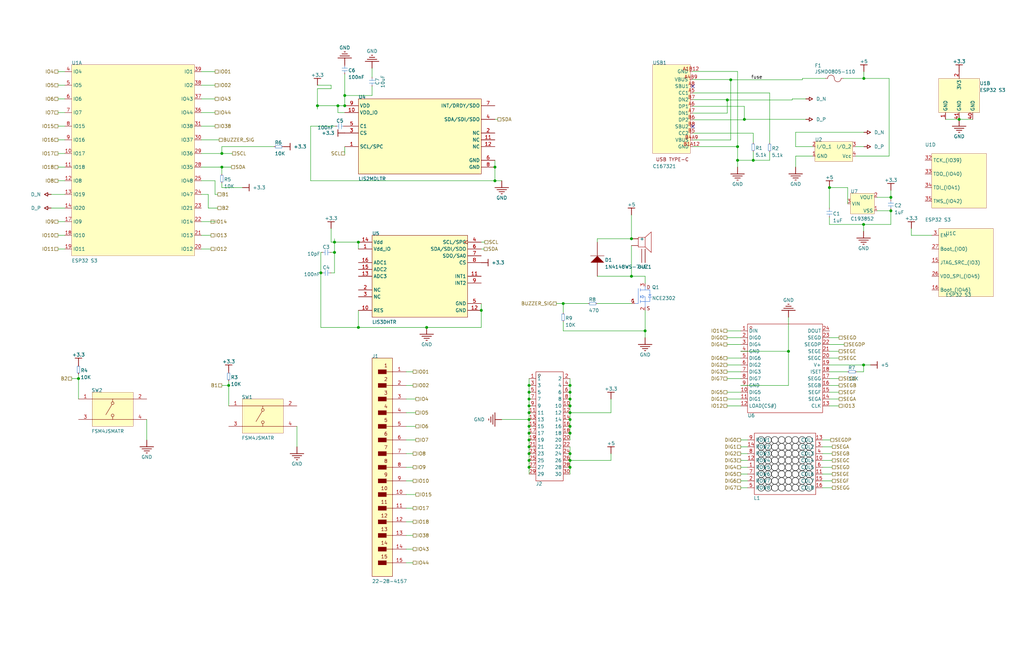
<source format=kicad_sch>
(kicad_sch (version 20250114) (generator "eeschema") (generator_version "9.0")
  (paper "User" 381 241.3)
  (junction (at 212.09 173.99))
  (junction (at 331.47 78.486))
  (junction (at 308.61 69.85))
  (junction (at 212.09 146.05))
  (junction (at 196.85 158.75))
  (junction (at 212.09 161.29))
  (junction (at 331.47 73.486))
  (junction (at 82.55 57.15))
  (junction (at 196.85 163.83))
  (junction (at 179.07 115.57))
  (junction (at 212.09 168.91))
  (junction (at 118.11 39.37))
  (junction (at 321.414 29.21))
  (junction (at 196.85 151.13))
  (junction (at 196.85 148.59))
  (junction (at 212.09 143.51))
  (junction (at 119.38 101.6))
  (junction (at 184.15 67.31))
  (junction (at 356.87 44.45))
  (junction (at 212.09 151.13))
  (junction (at 293.37 130.81))
  (junction (at 212.09 171.45))
  (junction (at 209.55 113.03))
  (junction (at 274.424 59.69))
  (junction (at 82.55 62.23))
  (junction (at 240.03 123.19))
  (junction (at 133.35 121.92))
  (junction (at 212.09 158.75))
  (junction (at 196.85 168.91))
  (junction (at 128.27 35.56))
  (junction (at 124.46 93.98))
  (junction (at 212.09 156.21))
  (junction (at 158.75 121.92))
  (junction (at 196.85 161.29))
  (junction (at 29.21 140.97))
  (junction (at 212.09 153.67))
  (junction (at 196.85 143.51))
  (junction (at 234.95 88.9))
  (junction (at 128.27 39.37))
  (junction (at 271.884 29.718))
  (junction (at 274.424 54.61))
  (junction (at 196.85 166.37))
  (junction (at 196.85 173.99))
  (junction (at 234.95 102.87))
  (junction (at 133.35 90.17))
  (junction (at 276.964 44.45))
  (junction (at 321.31 83.566))
  (junction (at 212.09 148.59))
  (junction (at 196.85 146.05))
  (junction (at 280.266 59.69))
  (junction (at 321.31 135.89))
  (junction (at 85.09 143.51))
  (junction (at 125.73 39.37))
  (junction (at 196.85 156.21))
  (junction (at 270.614 37.218))
  (junction (at 196.85 153.67))
  (junction (at 124.46 90.17))
  (junction (at 184.15 62.23))
  (junction (at 196.85 171.45))
  (no_connect (at 257.81 47.11))
  (no_connect (at 257.81 32.11))
  (wire (pts (xy 212.09 153.67) (xy 212.09 156.21)))
  (wire (pts (xy 110.49 158.75) (xy 110.49 166.37)))
  (wire (pts (xy 296.014 54.61) (xy 302.364 54.61)))
  (wire (pts (xy 212.09 151.13) (xy 212.09 153.67)))
  (wire (pts (xy 274.424 59.69) (xy 274.424 62.23)))
  (wire (pts (xy 125.73 41.91) (xy 125.73 39.37)))
  (wire (pts (xy 356.87 44.45) (xy 361.95 44.45)))
  (wire (pts (xy 234.95 102.87) (xy 222.25 102.87)))
  (wire (pts (xy 296.036 58.11) (xy 302.364 58.11)))
  (wire (pts (xy 21.59 26.67) (xy 24.13 26.67)))
  (wire (pts (xy 271.884 29.61) (xy 271.884 29.718)))
  (wire (pts (xy 275.59 146.05) (xy 270.51 146.05)))
  (wire (pts (xy 257.81 39.61) (xy 276.964 39.61)))
  (wire (pts (xy 80.01 72.39) (xy 81.028 72.39)))
  (wire (pts (xy 212.09 140.97) (xy 212.09 143.51)))
  (wire (pts (xy 138.43 25.4) (xy 138.43 28.73)))
  (wire (pts (xy 77.47 72.39) (xy 77.47 77.47)))
  (wire (pts (xy 275.59 148.59) (xy 270.51 148.59)))
  (wire (pts (xy 82.55 68.22) (xy 82.55 69.85)))
  (wire (pts (xy 286.362 59.69) (xy 286.362 56.642)))
  (wire (pts (xy 82.55 54.61) (xy 101.96 54.61)))
  (wire (pts (xy 119.38 101.6) (xy 119.74 101.6)))
  (wire (pts (xy 184.15 62.23) (xy 184.15 59.69)))
  (wire (pts (xy 196.85 158.75) (xy 196.85 161.29)))
  (wire (pts (xy 151.13 189.23) (xy 153.67 189.23)))
  (wire (pts (xy 21.59 52.07) (xy 24.13 52.07)))
  (wire (pts (xy 196.85 173.99) (xy 196.85 176.53)))
  (wire (pts (xy 138.43 35.56) (xy 128.27 35.56)))
  (wire (pts (xy 212.09 173.99) (xy 212.09 176.53)))
  (wire (pts (xy 184.15 67.31) (xy 186.69 67.31)))
  (wire (pts (xy 74.93 92.71) (xy 78.488 92.71)))
  (wire (pts (xy 82.55 57.15) (xy 86.49 57.15)))
  (wire (pts (xy 296.014 49.276) (xy 296.014 54.61)))
  (wire (pts (xy 74.93 62.23) (xy 82.55 62.23)))
  (wire (pts (xy 118.11 39.37) (xy 118.11 33.02)))
  (wire (pts (xy 276.964 44.45) (xy 299.824 44.45)))
  (wire (pts (xy 119.74 93.98) (xy 119.38 93.98)))
  (wire (pts (xy 280.266 53.086) (xy 280.266 49.61)))
  (wire (pts (xy 306.07 181.61) (xy 309.628 181.61)))
  (wire (pts (xy 321.31 135.89) (xy 308.61 135.89)))
  (wire (pts (xy 151.13 209.55) (xy 153.67 209.55)))
  (wire (pts (xy 118.11 39.37) (xy 125.73 39.37)))
  (wire (pts (xy 158.75 121.92) (xy 133.35 121.92)))
  (wire (pts (xy 326.39 78.486) (xy 331.47 78.486)))
  (wire (pts (xy 330.812 58.11) (xy 318.364 58.11)))
  (wire (pts (xy 74.93 52.07) (xy 81.521 52.07)))
  (wire (pts (xy 257.81 37.11) (xy 270.614 37.11)))
  (wire (pts (xy 308.61 128.27) (xy 314.126 128.27)))
  (wire (pts (xy 240.03 102.87) (xy 240.03 105.41)))
  (wire (pts (xy 184.15 44.45) (xy 185.168 44.45)))
  (wire (pts (xy 257.56 26.61) (xy 274.424 26.61)))
  (wire (pts (xy 24.13 77.47) (xy 19.05 77.47)))
  (wire (pts (xy 128.27 27.58) (xy 128.27 35.56)))
  (wire (pts (xy 227.33 171.45) (xy 227.33 168.91)))
  (wire (pts (xy 296.036 62.208) (xy 296.036 58.11)))
  (wire (pts (xy 123.19 31.75) (xy 118.11 31.75)))
  (wire (pts (xy 196.85 156.21) (xy 196.85 158.75)))
  (wire (pts (xy 119.38 121.92) (xy 119.38 101.6)))
  (wire (pts (xy 151.13 158.75) (xy 154.688 158.75)))
  (wire (pts (xy 321.31 138.43) (xy 321.31 135.89)))
  (wire (pts (xy 209.55 113.03) (xy 209.55 116.41)))
  (wire (pts (xy 209.55 123.19) (xy 240.03 123.19)))
  (wire (pts (xy 74.93 82.55) (xy 80.01 82.55)))
  (wire (pts (xy 274.424 54.61) (xy 257.81 54.61)))
  (wire (pts (xy 26.67 140.97) (xy 29.21 140.97)))
  (wire (pts (xy 274.424 59.69) (xy 280.266 59.69)))
  (wire (pts (xy 280.266 49.61) (xy 257.81 49.61)))
  (wire (pts (xy 133.35 121.92) (xy 119.38 121.92)))
  (wire (pts (xy 351.79 44.45) (xy 356.87 44.45)))
  (wire (pts (xy 151.13 173.99) (xy 153.67 173.99)))
  (wire (pts (xy 306.07 163.83) (xy 309.046 163.83)))
  (wire (pts (xy 346.71 87.63) (xy 339.09 87.63)))
  (wire (pts (xy 321.414 49.276) (xy 296.014 49.276)))
  (wire (pts (xy 308.61 151.13) (xy 312.168 151.13)))
  (wire (pts (xy 179.07 121.92) (xy 158.75 121.92)))
  (wire (pts (xy 118.11 33.02) (xy 123.19 33.02)))
  (wire (pts (xy 124.46 88.9) (xy 124.46 90.17)))
  (wire (pts (xy 298.554 29.21) (xy 307.19 29.21)))
  (wire (pts (xy 82.55 62.23) (xy 86.108 62.23)))
  (wire (pts (xy 184.15 67.31) (xy 184.15 62.23)))
  (wire (pts (xy 274.424 26.61) (xy 274.424 54.61)))
  (wire (pts (xy 54.61 156.21) (xy 54.61 163.83)))
  (wire (pts (xy 212.09 146.05) (xy 212.09 148.59)))
  (wire (pts (xy 240.03 123.19) (xy 240.03 115.57)))
  (wire (pts (xy 124.46 90.17) (xy 133.35 90.17)))
  (wire (pts (xy 212.09 166.37) (xy 212.09 168.91)))
  (wire (pts (xy 270.51 125.73) (xy 275.59 125.73)))
  (wire (pts (xy 286.362 34.61) (xy 257.81 34.61)))
  (wire (pts (xy 196.85 168.91) (xy 196.85 171.45)))
  (wire (pts (xy 138.43 32.18) (xy 138.43 35.56)))
  (wire (pts (xy 196.85 166.37) (xy 196.85 168.91)))
  (wire (pts (xy 308.61 125.73) (xy 312.168 125.73)))
  (wire (pts (xy 77.47 77.47) (xy 81.028 77.47)))
  (wire (pts (xy 186.69 156.21) (xy 196.85 156.21)))
  (wire (pts (xy 227.33 153.67) (xy 227.33 148.59)))
  (wire (pts (xy 21.59 41.91) (xy 24.13 41.91)))
  (wire (pts (xy 21.59 62.23) (xy 24.13 62.23)))
  (wire (pts (xy 321.31 83.566) (xy 308.61 83.566)))
  (wire (pts (xy 278.13 181.61) (xy 275.59 181.61)))
  (wire (pts (xy 74.93 57.15) (xy 82.55 57.15)))
  (wire (pts (xy 212.09 161.29) (xy 212.09 163.83)))
  (wire (pts (xy 82.55 69.85) (xy 90.17 69.85)))
  (wire (pts (xy 321.414 29.21) (xy 330.812 29.21)))
  (wire (pts (xy 275.59 179.07) (xy 278.13 179.07)))
  (wire (pts (xy 123.19 90.17) (xy 123.19 85.09)))
  (wire (pts (xy 234.95 80.01) (xy 234.95 88.9)))
  (wire (pts (xy 298.554 29.718) (xy 298.554 29.21)))
  (wire (pts (xy 128.27 39.37) (xy 128.27 35.56)))
  (wire (pts (xy 315.39 69.85) (xy 308.61 69.85)))
  (wire (pts (xy 308.61 130.81) (xy 312.168 130.81)))
  (wire (pts (xy 80.01 67.31) (xy 80.01 72.39)))
  (wire (pts (xy 294.744 36.83) (xy 299.824 36.83)))
  (wire (pts (xy 280.266 56.536) (xy 280.266 59.69)))
  (wire (pts (xy 80.01 31.75) (xy 74.93 31.75)))
  (wire (pts (xy 280.266 59.69) (xy 286.362 59.69)))
  (wire (pts (xy 212.09 158.75) (xy 212.09 161.29)))
  (wire (pts (xy 306.07 176.53) (xy 309.628 176.53)))
  (wire (pts (xy 115.57 67.31) (xy 184.15 67.31)))
  (wire (pts (xy 306.07 173.99) (xy 309.628 173.99)))
  (wire (pts (xy 270.614 42.11) (xy 270.614 37.218)))
  (wire (pts (xy 207.01 113.03) (xy 209.55 113.03)))
  (wire (pts (xy 331.47 73.486) (xy 331.47 70.866)))
  (wire (pts (xy 151.13 168.91) (xy 153.67 168.91)))
  (wire (pts (xy 234.95 88.9) (xy 222.25 88.9)))
  (wire (pts (xy 21.59 57.15) (xy 24.13 57.15)))
  (wire (pts (xy 151.13 138.43) (xy 153.67 138.43)))
  (wire (pts (xy 179.07 90.17) (xy 180.34 90.17)))
  (wire (pts (xy 128.27 39.37) (xy 125.73 39.37)))
  (wire (pts (xy 209.55 113.03) (xy 218.8 113.03)))
  (wire (pts (xy 274.424 54.61) (xy 274.424 59.69)))
  (wire (pts (xy 74.93 46.99) (xy 80.01 46.99)))
  (wire (pts (xy 21.59 87.63) (xy 24.13 87.63)))
  (wire (pts (xy 82.55 57.15) (xy 82.55 54.61)))
  (wire (pts (xy 278.13 163.83) (xy 275.59 163.83)))
  (wire (pts (xy 271.884 29.718) (xy 298.554 29.718)))
  (wire (pts (xy 306.07 168.91) (xy 309.628 168.91)))
  (wire (pts (xy 257.81 52.11) (xy 271.884 52.11)))
  (wire (pts (xy 294.744 37.218) (xy 294.744 36.83)))
  (wire (pts (xy 240.03 123.19) (xy 240.03 125.73)))
  (wire (pts (xy 278.13 166.37) (xy 275.59 166.37)))
  (wire (pts (xy 308.61 69.85) (xy 308.61 77.47)))
  (wire (pts (xy 270.51 123.19) (xy 275.59 123.19)))
  (wire (pts (xy 275.59 143.51) (xy 293.37 143.51)))
  (wire (pts (xy 270.614 37.11) (xy 270.614 37.218)))
  (wire (pts (xy 196.85 151.13) (xy 196.85 153.67)))
  (wire (pts (xy 21.59 92.71) (xy 24.13 92.71)))
  (wire (pts (xy 276.964 44.61) (xy 276.964 44.45)))
  (wire (pts (xy 306.07 171.45) (xy 309.628 171.45)))
  (wire (pts (xy 124.46 93.98) (xy 123.19 93.98)))
  (wire (pts (xy 151.13 153.67) (xy 154.688 153.67)))
  (wire (pts (xy 278.13 176.53) (xy 275.59 176.53)))
  (wire (pts (xy 24.13 36.83) (xy 21.59 36.83)))
  (wire (pts (xy 212.09 153.67) (xy 227.33 153.67)))
  (wire (pts (xy 133.35 115.57) (xy 133.35 121.92)))
  (wire (pts (xy 321.414 54.61) (xy 318.364 54.61)))
  (wire (pts (xy 323.85 135.89) (xy 321.31 135.89)))
  (wire (pts (xy 275.59 128.27) (xy 270.51 128.27)))
  (wire (pts (xy 24.13 72.39) (xy 19.05 72.39)))
  (wire (pts (xy 321.414 26.67) (xy 321.414 29.21)))
  (wire (pts (xy 74.93 36.83) (xy 80.01 36.83)))
  (wire (pts (xy 308.61 140.97) (xy 312.168 140.97)))
  (wire (pts (xy 293.37 118.11) (xy 293.37 130.81)))
  (wire (pts (xy 275.59 138.43) (xy 270.51 138.43)))
  (wire (pts (xy 222.25 113.03) (xy 234.95 113.03)))
  (wire (pts (xy 124.46 101.6) (xy 123.19 101.6)))
  (wire (pts (xy 271.884 52.11) (xy 271.884 29.718)))
  (wire (pts (xy 257.81 42.11) (xy 270.614 42.11)))
  (wire (pts (xy 196.85 171.45) (xy 196.85 173.99)))
  (wire (pts (xy 331.47 78.486) (xy 331.47 77.872)))
  (wire (pts (xy 212.09 171.45) (xy 212.09 173.99)))
  (wire (pts (xy 222.25 88.9) (xy 222.25 90.17)))
  (wire (pts (xy 308.61 143.51) (xy 312.168 143.51)))
  (wire (pts (xy 321.31 86.106) (xy 321.31 83.566)))
  (wire (pts (xy 151.13 194.31) (xy 153.67 194.31)))
  (wire (pts (xy 124.82 46.99) (xy 115.57 46.99)))
  (wire (pts (xy 196.85 146.05) (xy 196.85 148.59)))
  (wire (pts (xy 74.93 72.39) (xy 77.47 72.39)))
  (wire (pts (xy 74.93 67.31) (xy 80.01 67.31)))
  (wire (pts (xy 275.59 135.89) (xy 270.51 135.89)))
  (wire (pts (xy 276.964 39.61) (xy 276.964 44.45)))
  (wire (pts (xy 318.77 138.43) (xy 321.31 138.43)))
  (wire (pts (xy 151.13 143.51) (xy 153.67 143.51)))
  (wire (pts (xy 151.13 184.15) (xy 154.688 184.15)))
  (wire (pts (xy 196.85 148.59) (xy 196.85 151.13)))
  (wire (pts (xy 293.37 143.51) (xy 293.37 130.81)))
  (wire (pts (xy 278.13 168.91) (xy 275.59 168.91)))
  (wire (pts (xy 308.61 148.59) (xy 312.168 148.59)))
  (wire (pts (xy 74.93 41.91) (xy 80.01 41.91)))
  (wire (pts (xy 308.61 83.566) (xy 308.61 80.92)))
  (wire (pts (xy 257.56 29.61) (xy 271.884 29.61)))
  (wire (pts (xy 21.59 67.31) (xy 24.13 67.31)))
  (wire (pts (xy 151.13 163.83) (xy 154.688 163.83)))
  (wire (pts (xy 124.46 90.17) (xy 124.46 93.98)))
  (wire (pts (xy 85.09 141.88) (xy 85.09 143.51)))
  (wire (pts (xy 82.55 143.51) (xy 85.09 143.51)))
  (wire (pts (xy 179.07 113.03) (xy 179.07 115.57)))
  (wire (pts (xy 326.39 73.486) (xy 331.47 73.486)))
  (wire (pts (xy 275.59 140.97) (xy 270.51 140.97)))
  (wire (pts (xy 128.27 41.91) (xy 125.73 41.91)))
  (wire (pts (xy 124.46 90.17) (xy 123.19 90.17)))
  (wire (pts (xy 74.93 87.63) (xy 78.488 87.63)))
  (wire (pts (xy 278.13 171.45) (xy 275.59 171.45)))
  (wire (pts (xy 128.27 57.15) (xy 128.27 54.61)))
  (wire (pts (xy 275.59 151.13) (xy 270.51 151.13)))
  (wire (pts (xy 151.13 199.39) (xy 153.67 199.39)))
  (wire (pts (xy 151.13 148.59) (xy 154.688 148.59)))
  (wire (pts (xy 196.85 153.67) (xy 196.85 156.21)))
  (wire (pts (xy 196.85 161.29) (xy 196.85 163.83)))
  (wire (pts (xy 278.13 173.99) (xy 275.59 173.99)))
  (wire (pts (xy 151.13 204.47) (xy 153.67 204.47)))
  (wire (pts (xy 29.21 139.34) (xy 29.21 140.97)))
  (wire (pts (xy 315.32 138.43) (xy 308.61 138.43)))
  (wire (pts (xy 196.85 140.97) (xy 196.85 143.51)))
  (wire (pts (xy 118.11 40.64) (xy 118.11 39.37)))
  (wire (pts (xy 308.61 133.35) (xy 312.168 133.35)))
  (wire (pts (xy 212.09 148.59) (xy 212.09 151.13)))
  (wire (pts (xy 234.95 102.87) (xy 240.03 102.87)))
  (wire (pts (xy 339.09 87.63) (xy 339.09 85.09)))
  (wire (pts (xy 151.13 179.07) (xy 153.67 179.07)))
  (wire (pts (xy 119.38 93.98) (xy 119.38 101.6)))
  (wire (pts (xy 234.95 91.44) (xy 234.95 102.87)))
  (wire (pts (xy 196.85 163.83) (xy 196.85 166.37)))
  (wire (pts (xy 306.07 166.37) (xy 309.628 166.37)))
  (wire (pts (xy 321.31 83.566) (xy 331.47 83.566)))
  (wire (pts (xy 315.39 75.886) (xy 315.39 69.85)))
  (wire (pts (xy 212.09 171.45) (xy 227.33 171.45)))
  (wire (pts (xy 293.37 130.81) (xy 275.59 130.81)))
  (wire (pts (xy 115.57 46.99) (xy 115.57 67.31)))
  (wire (pts (xy 308.61 146.05) (xy 312.168 146.05)))
  (wire (pts (xy 179.07 92.71) (xy 180.088 92.71)))
  (wire (pts (xy 179.07 115.57) (xy 179.07 121.92)))
  (wire (pts (xy 275.59 133.35) (xy 270.51 133.35)))
  (wire (pts (xy 123.19 33.02) (xy 123.19 31.75)))
  (wire (pts (xy 24.13 31.75) (xy 21.59 31.75)))
  (wire (pts (xy 212.09 156.21) (xy 212.09 158.75)))
  (wire (pts (xy 212.09 143.51) (xy 212.09 146.05)))
  (wire (pts (xy 331.47 74.422) (xy 331.47 73.486)))
  (wire (pts (xy 124.46 93.98) (xy 124.46 101.6)))
  (wire (pts (xy 306.07 179.07) (xy 309.628 179.07)))
  (wire (pts (xy 29.21 140.97) (xy 29.21 148.59)))
  (wire (pts (xy 82.55 62.23) (xy 82.55 64.77)))
  (wire (pts (xy 80.01 26.67) (xy 74.93 26.67)))
  (wire (pts (xy 21.59 46.99) (xy 24.13 46.99)))
  (wire (pts (xy 331.47 83.566) (xy 331.47 78.486)))
  (wire (pts (xy 330.812 29.21) (xy 330.812 58.11)))
  (wire (pts (xy 196.85 143.51) (xy 196.85 146.05)))
  (wire (pts (xy 85.09 143.51) (xy 85.09 151.13)))
  (wire (pts (xy 313.69 29.21) (xy 321.414 29.21)))
  (wire (pts (xy 21.59 82.55) (xy 24.13 82.55)))
  (wire (pts (xy 133.35 90.17) (xy 133.35 92.71)))
  (wire (pts (xy 212.09 168.91) (xy 212.09 171.45)))
  (wire (pts (xy 209.55 119.86) (xy 209.55 123.19)))
  (wire (pts (xy 286.362 53.192) (xy 286.362 34.61)))
  (wire (pts (xy 257.81 44.61) (xy 276.964 44.61)))
  (wire (pts (xy 270.614 37.218) (xy 294.744 37.218)))
  (label "fuse" (at 279.504 29.718 0))
  (hierarchical_label "SCL" (shape passive) (at 128.27 57.15 180))
  (hierarchical_label "IO13" (shape passive) (at 78.488 87.63 0))
  (hierarchical_label "IO15" (shape passive) (at 154.688 184.15 0))
  (hierarchical_label "IO43" (shape passive) (at 153.67 204.47 0))
  (hierarchical_label "IO4" (shape passive) (at 154.688 148.59 0))
  (hierarchical_label "SCL" (shape passive) (at 180.34 90.17 0))
  (hierarchical_label "DIG6" (shape passive) (at 275.59 179.07 180))
  (hierarchical_label "IO8" (shape passive) (at 153.67 168.91 0))
  (hierarchical_label "IO18" (shape passive) (at 153.67 194.31 0))
  (hierarchical_label "IO7" (shape passive) (at 154.688 163.83 0))
  (hierarchical_label "SEGE" (shape passive) (at 312.168 130.81 0))
  (hierarchical_label "IO10" (shape passive) (at 21.59 87.63 180))
  (hierarchical_label "DIG7" (shape passive) (at 275.59 181.61 180))
  (hierarchical_label "SEGB" (shape passive) (at 309.628 168.91 0))
  (hierarchical_label "DIG3" (shape passive) (at 270.51 138.43 180))
  (hierarchical_label "SDA" (shape passive) (at 185.168 44.45 0))
  (hierarchical_label "SEGA" (shape passive) (at 312.168 148.59 0))
  (hierarchical_label "IO44" (shape passive) (at 80.01 41.91 0))
  (hierarchical_label "SEGD" (shape passive) (at 309.628 173.99 0))
  (hierarchical_label "SEGE" (shape passive) (at 309.628 176.53 0))
  (hierarchical_label "SEGD" (shape passive) (at 312.168 125.73 0))
  (hierarchical_label "DIG0" (shape passive) (at 275.59 163.83 180))
  (hierarchical_label "DIG7" (shape passive) (at 270.51 140.97 180))
  (hierarchical_label "IO17" (shape passive) (at 153.67 189.23 0))
  (hierarchical_label "IO9" (shape passive) (at 153.67 173.99 0))
  (hierarchical_label "SEGF" (shape passive) (at 312.168 146.05 0))
  (hierarchical_label "IO8" (shape passive) (at 21.59 67.31 180))
  (hierarchical_label "SEGC" (shape passive) (at 309.628 171.45 0))
  (hierarchical_label "IO7" (shape passive) (at 21.59 41.91 180))
  (hierarchical_label "BUZZER_SIG" (shape passive) (at 207.01 113.03 180))
  (hierarchical_label "IO6" (shape passive) (at 21.59 36.83 180))
  (hierarchical_label "IO9" (shape passive) (at 21.59 82.55 180))
  (hierarchical_label "IO38" (shape passive) (at 80.01 46.99 0))
  (hierarchical_label "IO5" (shape passive) (at 154.688 153.67 0))
  (hierarchical_label "IO12" (shape passive) (at 78.488 92.71 0))
  (hierarchical_label "SEGC" (shape passive) (at 312.168 133.35 0))
  (hierarchical_label "IO4" (shape passive) (at 21.59 26.67 180))
  (hierarchical_label "SCL" (shape passive) (at 86.49 57.15 0))
  (hierarchical_label "SEGG" (shape passive) (at 312.168 140.97 0))
  (hierarchical_label "DIG2" (shape passive) (at 275.59 168.91 180))
  (hierarchical_label "B2" (shape passive) (at 81.028 77.47 0))
  (hierarchical_label "IO14" (shape passive) (at 270.51 123.19 180))
  (hierarchical_label "DIG4" (shape passive) (at 275.59 173.99 180))
  (hierarchical_label "DIG5" (shape passive) (at 270.51 146.05 180))
  (hierarchical_label "B1" (shape passive) (at 81.028 72.39 0))
  (hierarchical_label "IO44" (shape passive) (at 153.67 209.55 0))
  (hierarchical_label "IO10" (shape passive) (at 153.67 179.07 0))
  (hierarchical_label "IO5" (shape passive) (at 21.59 31.75 180))
  (hierarchical_label "IO01" (shape passive) (at 153.67 138.43 0))
  (hierarchical_label "DIG6" (shape passive) (at 270.51 133.35 180))
  (hierarchical_label "B1" (shape passive) (at 82.55 143.51 180))
  (hierarchical_label "IO13" (shape passive) (at 312.168 151.13 0))
  (hierarchical_label "SEGDP" (shape passive) (at 309.046 163.83 0))
  (hierarchical_label "SEGF" (shape passive) (at 309.628 179.07 0))
  (hierarchical_label "IO6" (shape passive) (at 154.688 158.75 0))
  (hierarchical_label "B2" (shape passive) (at 26.67 140.97 180))
  (hierarchical_label "IO01" (shape passive) (at 80.01 26.67 0))
  (hierarchical_label "SEGA" (shape passive) (at 309.628 166.37 0))
  (hierarchical_label "DIG4" (shape passive) (at 270.51 128.27 180))
  (hierarchical_label "DIG2" (shape passive) (at 270.51 135.89 180))
  (hierarchical_label "IO16" (shape passive) (at 21.59 52.07 180))
  (hierarchical_label "SDA" (shape passive) (at 86.108 62.23 0))
  (hierarchical_label "BUZZER_SIG" (shape passive) (at 81.521 52.07 0))
  (hierarchical_label "DIG1" (shape passive) (at 270.51 148.59 180))
  (hierarchical_label "IO11" (shape passive) (at 21.59 92.71 180))
  (hierarchical_label "IO14" (shape passive) (at 78.488 82.55 0))
  (hierarchical_label "IO43" (shape passive) (at 80.01 36.83 0))
  (hierarchical_label "DIG0" (shape passive) (at 270.51 125.73 180))
  (hierarchical_label "SEGG" (shape passive) (at 309.628 181.61 0))
  (hierarchical_label "IO17" (shape passive) (at 21.59 57.15 180))
  (hierarchical_label "DIG3" (shape passive) (at 275.59 171.45 180))
  (hierarchical_label "SDA" (shape passive) (at 180.088 92.71 0))
  (hierarchical_label "IO18" (shape passive) (at 21.59 62.23 180))
  (hierarchical_label "IO15" (shape passive) (at 21.59 46.99 180))
  (hierarchical_label "SEGB" (shape passive) (at 312.168 143.51 0))
  (hierarchical_label "DIG5" (shape passive) (at 275.59 176.53 180))
  (hierarchical_label "IO12" (shape passive) (at 270.51 151.13 180))
  (hierarchical_label "SEGDP" (shape passive) (at 314.126 128.27 0))
  (hierarchical_label "IO02" (shape passive) (at 153.67 143.51 0))
  (hierarchical_label "DIG1" (shape passive) (at 275.59 166.37 180))
  (hierarchical_label "IO02" (shape passive) (at 80.01 31.75 0))
  (hierarchical_label "IO38" (shape passive) (at 153.67 199.39 0))
  (symbol (lib_id "Motherboard-altium-import:+5_BAR") (at 308.61 69.85 180) (unit 1)
    (property "Reference" "#PWR0124" (effects (hide yes)))
    (property "Value" "+5" (at 308.61 66.04 0))
  )
  (symbol (lib_id "Lukasz Kozyra:root_0_91637d6a6da3cb2d69b1e7726cd74d2_Lukasz Kozyra") (at 128.27 39.37 0) (unit 1)
    (property "Reference" "U4" (at 133.35 36.83 0) (effects (justify left bottom)))
    (property "Value" "LIS2MDLTR" (at 133.35 67.31 0) (effects (justify left bottom)))
    (property "Footprint" "FableFootPrintLibrary:FP-LGA-12-DM00170568-MFG" (effects (hide yes)))
    (property "Description" "Hall Effect Sensor, Square, Surface Mount" (effects (hide yes)))
    (property "MOUNTING TECHNOLOGY" "Surface Mount" (effects (hide yes)))
    (property "MAX SUPPLY VOLTAGE" "3.6V" (effects (hide yes)))
    (property "SENSOR TYPE" "MAGNETIC FIELD SENSOR,HALL EFFECT" (effects (hide yes)))
    (property "MIN SUPPLY VOLTAGE" "1.71V" (effects (hide yes)))
    (property "ROHS COMPLIANT" "Yes" (effects (hide yes)))
    (property "MIN OPERATING TEMPERATURE" "-40°C" (effects (hide yes)))
    (property "MAX OPERATING TEMPERATURE" "85°C" (effects (hide yes)))
    (property "DATASHEET" "https://www.lcsc.com/datasheet/C919695.pdf" (effects (hide yes)))
    (property "SUPPLIER" "LCSC" (effects (hide yes)))
    (property "SUPPLIER PART" "C919695" (effects (hide yes)))
  )
  (symbol (lib_id "MLT-85301_MLT-8530:root_0_MLT-8530_MLT-85301_MLT-8530.SCHLIB") (at 238.76 90.17 0) (unit 1)
    (property "Reference" "BUZ1" (at 237.236 100.076 0) (effects (justify left bottom)))
    (property "Value" "2.7kHz" (effects (hide yes)))
    (property "Footprint" "FableFootPrintLibrary:BUZ-SMD_4P-L8.5-W8.5-P8.50-BR" (effects (hide yes)))
    (property "SYMBOL" "MLT-8530" (effects (hide yes)))
    (property "DEVICE" "MLT-8530" (effects (hide yes)))
    (property "LCSC PART NAME" "MLT-8530" (effects (hide yes)))
    (property "SUPPLIER PART" "C94599" (effects (hide yes)))
    (property "MANUFACTURER" "华能" (effects (hide yes)))
    (property "MANUFACTURER PART" "MLT-8530" (effects (hide yes)))
    (property "SUPPLIER FOOTPRINT" "SMD,8.5x8.5mm" (effects (hide yes)))
    (property "JLCPCB PART CLASS" "Extended Part" (effects (hide yes)))
    (property "DATASHEET" "https://atta.szlcsc.com/upload/public/pdf/source/20170522/1495448322339.pdf" (effects (hide yes)))
    (property "SUPPLIER" "LCSC" (effects (hide yes)))
    (property "ADD INTO BOM" "yes" (effects (hide yes)))
    (property "CONVERT TO PCB" "yes" (effects (hide yes)))
    (property "DRIVER CIRCUITRY" "Passive (external drive)" (effects (hide yes)))
    (property "TECHNOLOGY" "Electromagnetic Type" (effects (hide yes)))
    (property "VOLTAGE - SUPPLY" "2.5V~4.5V" (effects (hide yes)))
    (property "ALTIUM_VALUE" "2.7kHz" (effects (hide yes)))
    (property "SOUND PRESSURE LEVEL(SPL)" "80dB" (effects (hide yes)))
    (property "LENGTH" "8.5mm" (effects (hide yes)))
    (property "WIDTH" "8.5mm" (effects (hide yes)))
    (property "HEIGHT" "3.3mm" (effects (hide yes)))
    (property "SUPPLIER 1" "LCSC" (effects (hide yes)))
  )
  (symbol (lib_id "Motherboard-altium-import:+5_BAR") (at 227.33 168.91 180) (unit 1)
    (property "Reference" "#PWR0126" (effects (hide yes)))
    (property "Value" "+5" (at 227.33 165.1 0))
  )
  (symbol (lib_id "Motherboard-altium-import:GND_POWER_GROUND") (at 321.31 86.106 0) (unit 1)
    (property "Reference" "#PWR0129" (effects (hide yes)))
    (property "Value" "GND" (at 321.31 92.456 0))
  )
  (symbol (lib_id "Motherboard-altium-import:GND_POWER_GROUND") (at 296.036 62.208 0) (unit 1)
    (property "Reference" "#PWR0123" (effects (hide yes)))
    (property "Value" "GND" (at 296.036 68.558 0))
  )
  (symbol (lib_id "Motherboard-altium-import:+3.3_BAR") (at 227.33 148.59 180) (unit 1)
    (property "Reference" "#PWR0125" (effects (hide yes)))
    (property "Value" "+3.3" (at 227.33 144.78 0))
  )
  (symbol (lib_id "Hub 2.0:root_2_JSMD0805-110_Hub 2.0.SchLib") (at 310.44 29.21 0) (unit 1)
    (property "Reference" "F1" (at 303.126 25.146 0) (effects (justify left bottom)))
    (property "Value" "JSMD0805-110" (at 303.126 27.432 0) (effects (justify left bottom)))
    (property "Footprint" "FableFootPrintLibrary:0805" (effects (hide yes)))
    (property "Description" "Fuse  0805 2 A PTC Resettable" (effects (hide yes)))
    (property "SUPPLIER 1" "LCSC" (effects (hide yes)))
    (property "SUPPLIER PART NUMBER 1" "C692712" (effects (hide yes)))
    (property "MANUFACTURER 1" "Shenzhen Jinkaisheng Elec" (effects (hide yes)))
    (property "MANUFACTURER PART NUMBER 1" "JSMD0805-110" (effects (hide yes)))
    (property "SUPPLIER" "LCSC" (effects (hide yes)))
    (property "SUPPLIER PART" "C692712" (effects (hide yes)))
  )
  (symbol (lib_id "Motherboard-altium-import:+3.3_BAR") (at 179.07 97.79 90) (unit 1)
    (property "Reference" "#PWR0106" (effects (hide yes)))
    (property "Value" "+3.3" (at 182.88 97.79 90) (effects (justify right)))
  )
  (symbol (lib_id "Hub 2.0:root_1_RC-02W103JT_Hub 2.0.SchLib") (at 209.55 118.11 0) (unit 1)
    (property "Reference" "R9" (at 210.312 119.196 0) (effects (justify left bottom)))
    (property "Value" "10K" (at 210.312 121.736 0) (effects (justify left bottom)))
    (property "Footprint" "FableFootPrintLibrary:0402R" (effects (hide yes)))
    (property "Description" "Resistor 10kΩ ±5% 1/16W ±200ppm/℃ 0402" (effects (hide yes)))
    (property "COMPONENTLINK1DESCRIPTION" "LCSC Link" (effects (hide yes)))
    (property "COMPONENTLINK1URL" "https://lcsc.com/product-detail/Chip-Resistor-Surface-Mount_FH-Guangdong-Fenghua-Advanced-Tech-RC-02W103JT_C140214.html" (effects (hide yes)))
    (property "SUPPLIER 1" "LCSC" (effects (hide yes)))
    (property "SUPPLIER PART NUMBER 1" "C140214" (effects (hide yes)))
    (property "MANUFACTURER 1" "FH(Guangdong Fenghua Advanced Tech)" (effects (hide yes)))
    (property "MANUFACTURER PART NUMBER 1" "RC-02W103JT" (effects (hide yes)))
    (property "SUPPLIER" "LCSC" (effects (hide yes)))
    (property "SUPPLIER PART" "C140214" (effects (hide yes)))
  )
  (symbol (lib_id "Motherboard-altium-import:+3.3_BAR") (at 118.11 31.75 180) (unit 1)
    (property "Reference" "#PWR0107" (effects (hide yes)))
    (property "Value" "+3.3" (at 118.11 27.94 0))
  )
  (symbol (lib_id "Motherboard-altium-import:+3.3_BAR") (at 356.87 26.67 180) (unit 1)
    (property "Reference" "#PWR0135" (effects (hide yes)))
    (property "Value" "+3.3" (at 356.87 22.86 0))
  )
  (symbol (lib_id "Hub 2.0:root_3_CC0402KRX7R7BB104_Hub 2.0.SchLib") (at 128.27 25.88 0) (unit 1)
    (property "Reference" "C6" (at 129.54 26.938 0) (effects (justify left bottom)))
    (property "Value" "100nF" (at 129.54 29.478 0) (effects (justify left bottom)))
    (property "Footprint" "FableFootPrintLibrary:0402C" (effects (hide yes)))
    (property "Description" "MLCC 100nF ±10% 16V X7R 0402" (effects (hide yes)))
    (property "SUPPLIER 1" "LCSC" (effects (hide yes)))
    (property "COMPONENTLINK1DESCRIPTION" "LCSC Link" (effects (hide yes)))
    (property "COMPONENTLINK1URL" "https://lcsc.com/product-detail/Multilayer-Ceramic-Capacitors-MLCC-SMD-SMT_100nF-104-10-16V_C60474.html" (effects (hide yes)))
    (property "SUPPLIER PART NUMBER 1" "C60474" (effects (hide yes)))
    (property "MANUFACTURER PART NUMBER 1" "CC0402KRX7R7BB104" (effects (hide yes)))
    (property "MANUFACTURER 1" "YAGEO" (effects (hide yes)))
    (property "SUPPLIER" "LCSC" (effects (hide yes)))
    (property "SUPPLIER PART" "C60474" (effects (hide yes)))
  )
  (symbol (lib_id "Motherboard-altium-import:+3.3_BAR") (at 339.09 85.09 180) (unit 1)
    (property "Reference" "#PWR0132" (effects (hide yes)))
    (property "Value" "+3.3" (at 339.09 81.28 0))
  )
  (symbol (lib_id "Hub 2.0:root_0_TCC0402COG100K500AT_Hub 2.0.SchLib") (at 121.49 93.98 0) (unit 1)
    (property "Reference" "C3" (at 120.008 92.71 0) (effects (justify left bottom)))
    (property "Value" "10pF" (at 114.3 95.25 0) (effects (justify left bottom)))
    (property "Footprint" "FableFootPrintLibrary:0402C" (effects (hide yes)))
    (property "Description" "Capacitor MLCC 10pF ±10% 50V C0G 0402" (effects (hide yes)))
    (property "COMPONENTLINK1DESCRIPTION" "LCSC Link" (effects (hide yes)))
    (property "COMPONENTLINK1URL" "https://lcsc.com/product-detail/Multilayer-Ceramic-Capacitors-MLCC-SMD-SMT_CCTC-TCC0402COG100K500AT_C713505.html" (effects (hide yes)))
    (property "SUPPLIER 1" "LCSC" (effects (hide yes)))
    (property "MANUFACTURER PART NUMBER 1" "TCC0402COG100K500AT" (effects (hide yes)))
    (property "MANUFACTURER 1" "CCTC" (effects (hide yes)))
    (property "SUPPLIER PART NUMBER 1" "C713505" (effects (hide yes)))
    (property "SUPPLIER" "LCSC" (effects (hide yes)))
    (property "SUPPLIER PART" "C713505" (effects (hide yes)))
  )
  (symbol (lib_id "Hub 2.0:root_1_RC-02W103JT_Hub 2.0.SchLib") (at 29.21 137.59 0) (unit 1)
    (property "Reference" "R4" (at 29.972 138.676 0) (effects (justify left bottom)))
    (property "Value" "10K" (at 29.972 141.216 0) (effects (justify left bottom)))
    (property "Footprint" "FableFootPrintLibrary:0402R" (effects (hide yes)))
    (property "Description" "Resistor 10kΩ ±5% 1/16W ±200ppm/℃ 0402" (effects (hide yes)))
    (property "COMPONENTLINK1DESCRIPTION" "LCSC Link" (effects (hide yes)))
    (property "COMPONENTLINK1URL" "https://lcsc.com/product-detail/Chip-Resistor-Surface-Mount_FH-Guangdong-Fenghua-Advanced-Tech-RC-02W103JT_C140214.html" (effects (hide yes)))
    (property "SUPPLIER 1" "LCSC" (effects (hide yes)))
    (property "SUPPLIER PART NUMBER 1" "C140214" (effects (hide yes)))
    (property "MANUFACTURER 1" "FH(Guangdong Fenghua Advanced Tech)" (effects (hide yes)))
    (property "MANUFACTURER PART NUMBER 1" "RC-02W103JT" (effects (hide yes)))
    (property "SUPPLIER" "LCSC" (effects (hide yes)))
    (property "SUPPLIER PART" "C140214" (effects (hide yes)))
  )
  (symbol (lib_id "Lukasz Kozyra:root_0_1e4772b22d749da4b53766bc623c8dd_Lukasz Kozyra") (at 133.35 90.17 0) (unit 1)
    (property "Reference" "U5" (at 138.43 87.63 0) (effects (justify left bottom)))
    (property "Value" "LIS3DHTR" (at 138.43 120.65 0) (effects (justify left bottom)))
    (property "Footprint" "FableFootPrintLibrary:FP-LGA-16-7983231-MFG" (effects (hide yes)))
    (property "Description" "Accelerometer, 16 Pin, Plastic/epoxy" (effects (hide yes)))
    (property "MAX SUPPLY VOLTAGE" "3.6V" (effects (hide yes)))
    (property "MIN SUPPLY VOLTAGE" "1.71V" (effects (hide yes)))
    (property "NOMINAL SUPPLY VOLTAGE" "2.5V" (effects (hide yes)))
    (property "ROHS COMPLIANT" "Yes" (effects (hide yes)))
    (property "MIN OPERATING TEMPERATURE" "-40°C" (effects (hide yes)))
    (property "PINS" "16" (effects (hide yes)))
    (property "MAX OPERATING TEMPERATURE" "85°C" (effects (hide yes)))
    (property "CASE/PACKAGE" "VFBGA" (effects (hide yes)))
    (property "DATASHEET" "https://www.lcsc.com/datasheet/C15134.pdf" (effects (hide yes)))
    (property "SUPPLIER" "LCSC" (effects (hide yes)))
    (property "SUPPLIER 1" "LCSC" (effects (hide yes)))
    (property "SUPPLIER PART" "C15134" (effects (hide yes)))
  )
  (symbol (lib_id "Motherboard-altium-import:+5_BAR") (at 321.414 26.67 180) (unit 1)
    (property "Reference" "#PWR0136" (effects (hide yes)))
    (property "Value" "+5" (at 321.414 22.86 0))
  )
  (symbol (lib_id "FableSchematicLibrary:root_1_RC-02W512JT_FableSchematicLibrary.SchLib") (at 286.362 54.892 0) (unit 1)
    (property "Reference" "R2" (at 287.124 55.978 0) (effects (justify left bottom)))
    (property "Value" "5.1k" (at 287.124 58.518 0) (effects (justify left bottom)))
    (property "Footprint" "FableFootPrintLibrary:0402R" (effects (hide yes)))
    (property "Description" "Resistor 5.1kΩ ±5% 1/16W ±200ppm/℃ 0402" (effects (hide yes)))
    (property "COMPONENTLINK1DESCRIPTION" "Supplier Link 1" (effects (hide yes)))
    (property "COMPONENTLINK1URL" "https://www.lcsc.com/product-detail/Chip-Resistor-Surface-Mount_FH-Guangdong-Fenghua-Advanced-Tech-RC-02W512JT_C258132.html" (effects (hide yes)))
    (property "SUPPLIER 1" "LCSC" (effects (hide yes)))
    (property "SUPPLIER PART NUMBER 1" "C258132" (effects (hide yes)))
    (property "MANUFACTURER 1" "FH(Guangdong Fenghua Advanced Tech)" (effects (hide yes)))
    (property "MANUFACTURER PART NUMBER 1" "RC-02W512JT" (effects (hide yes)))
    (property "SUPPLIER" "LCSC" (effects (hide yes)))
    (property "SUPPLIER PART" "C258132" (effects (hide yes)))
  )
  (symbol (lib_id "Lukasz Kozyra:root_0_9e54aee09c46527fb07af492d4d8164_Lukasz Kozyra") (at 151.13 138.43 0) (unit 1)
    (property "Reference" "J1" (at 138.43 133.35 0) (effects (justify left bottom)))
    (property "Value" "22-28-4157" (at 138.43 217.17 0) (effects (justify left bottom)))
    (property "Footprint" "FableFootPrintLibrary:FP-22-28-4157-MFG" (effects (hide yes)))
    (property "Description" "Board Connector, 15 Contact(s), 1 Row(s), Male, Straight, 0.1 inch Pitch, Solder Terminal, Receptacle" (effects (hide yes)))
    (property "MIN OPERATING TEMPERATURE" "0°C" (effects (hide yes)))
    (property "MOUNTING TECHNOLOGY" "Board" (effects (hide yes)))
    (property "MAX OPERATING TEMPERATURE" "75°C" (effects (hide yes)))
    (property "ROHS COMPLIANT" "Yes" (effects (hide yes)))
    (property "CONNECTOR TYPE" "BOARD CONNECTOR" (effects (hide yes)))
    (property "SUPPLIER" "LCSC" (effects (hide yes)))
    (property "SUPPLIER PART" "C725887" (effects (hide yes)))
  )
  (symbol (lib_id "Motherboard-altium-import:GND_POWER_GROUND") (at 158.75 121.92 0) (unit 1)
    (property "Reference" "#PWR0103" (effects (hide yes)))
    (property "Value" "GND" (at 158.75 128.27 0))
  )
  (symbol (lib_id "Hub 2.0:root_1_CL05A105KQ5NNNC_Hub 2.0.SchLib") (at 308.61 79.17 0) (unit 1)
    (property "Reference" "C1" (at 309.88 80.306 0) (effects (justify left bottom)))
    (property "Value" "1uF" (at 309.88 82.846 0) (effects (justify left bottom)))
    (property "Footprint" "FableFootPrintLibrary:0402C" (effects (hide yes)))
    (property "Description" "Capacitor MLCC 1uF ±10% 6.3V X5R 0402" (effects (hide yes)))
    (property "COMPONENTLINK1DESCRIPTION" "LCSC Link" (effects (hide yes)))
    (property "COMPONENTLINK1URL" "https://lcsc.com/product-detail/Multilayer-Ceramic-Capacitors-MLCC-SMD-SMT_SAMSUNG_CL05A105KQ5NNNC_1uF-105-10-6-3V_C107372.html" (effects (hide yes)))
    (property "SUPPLIER 1" "LCSC" (effects (hide yes)))
    (property "MANUFACTURER 1" "Samsung Electro-Mechanics" (effects (hide yes)))
    (property "MANUFACTURER PART NUMBER 1" "CL05A105KQ5NNNC" (effects (hide yes)))
    (property "SUPPLIER PART NUMBER 1" "C60474" (effects (hide yes)))
    (property "SUPPLIER" "LCSC" (effects (hide yes)))
    (property "SUPPLIER PART" "C60474" (effects (hide yes)))
  )
  (symbol (lib_id "Motherboard-altium-import:GND_POWER_GROUND") (at 110.49 166.37 0) (unit 1)
    (property "Reference" "#PWR0112" (effects (hide yes)))
    (property "Value" "GND" (at 110.49 172.72 0))
  )
  (symbol (lib_id "FableSchematicLibrary:root_1_RC-02W512JT_FableSchematicLibrary.SchLib") (at 280.266 54.786 0) (unit 1)
    (property "Reference" "R1" (at 281.028 55.872 0) (effects (justify left bottom)))
    (property "Value" "5.1k" (at 281.028 58.412 0) (effects (justify left bottom)))
    (property "Footprint" "FableFootPrintLibrary:0402R" (effects (hide yes)))
    (property "Description" "Resistor 5.1kΩ ±5% 1/16W ±200ppm/℃ 0402" (effects (hide yes)))
    (property "COMPONENTLINK1DESCRIPTION" "Supplier Link 1" (effects (hide yes)))
    (property "COMPONENTLINK1URL" "https://www.lcsc.com/product-detail/Chip-Resistor-Surface-Mount_FH-Guangdong-Fenghua-Advanced-Tech-RC-02W512JT_C258132.html" (effects (hide yes)))
    (property "SUPPLIER 1" "LCSC" (effects (hide yes)))
    (property "SUPPLIER PART NUMBER 1" "C258132" (effects (hide yes)))
    (property "MANUFACTURER 1" "FH(Guangdong Fenghua Advanced Tech)" (effects (hide yes)))
    (property "MANUFACTURER PART NUMBER 1" "RC-02W512JT" (effects (hide yes)))
    (property "SUPPLIER" "LCSC" (effects (hide yes)))
    (property "SUPPLIER PART" "C258132" (effects (hide yes)))
  )
  (symbol (lib_id "Motherboard-altium-import:D_P_ARROW") (at 321.414 54.61 90) (unit 1)
    (property "Reference" "#PWR0122" (effects (hide yes)))
    (property "Value" "D_P" (at 325.224 54.61 90) (effects (justify right)))
  )
  (symbol (lib_id "Motherboard-altium-import:GND_POWER_GROUND") (at 356.87 44.45 0) (unit 1)
    (property "Reference" "#PWR0134" (effects (hide yes)))
    (property "Value" "GND" (at 356.87 50.8 0))
  )
  (symbol (lib_id "Hub 2.0:root_2_RC-02W103JT_Hub 2.0.SchLib") (at 103.66 54.61 0) (unit 1)
    (property "Reference" "R6" (at 102.206 53.848 0) (effects (justify left bottom)))
    (property "Value" "10K" (at 102.206 57.912 0) (effects (justify left bottom)))
    (property "Footprint" "FableFootPrintLibrary:0402R" (effects (hide yes)))
    (property "Description" "Resistor 10kΩ ±5% 1/16W ±200ppm/℃ 0402" (effects (hide yes)))
    (property "COMPONENTLINK1DESCRIPTION" "LCSC Link" (effects (hide yes)))
    (property "COMPONENTLINK1URL" "https://lcsc.com/product-detail/Chip-Resistor-Surface-Mount_FH-Guangdong-Fenghua-Advanced-Tech-RC-02W103JT_C140214.html" (effects (hide yes)))
    (property "SUPPLIER 1" "LCSC" (effects (hide yes)))
    (property "SUPPLIER PART NUMBER 1" "C140214" (effects (hide yes)))
    (property "MANUFACTURER 1" "FH(Guangdong Fenghua Advanced Tech)" (effects (hide yes)))
    (property "MANUFACTURER PART NUMBER 1" "RC-02W103JT" (effects (hide yes)))
    (property "SUPPLIER" "LCSC" (effects (hide yes)))
    (property "SUPPLIER PART" "C140214" (effects (hide yes)))
  )
  (symbol (lib_id "Motherboard-altium-import:GND_POWER_GROUND") (at 186.69 67.31 0) (unit 1)
    (property "Reference" "#PWR0104" (effects (hide yes)))
    (property "Value" "GND" (at 186.69 73.66 0))
  )
  (symbol (lib_id "FableSchematicLibrary:root_0_ESP32 S3 WROOM1N4_FableSchematicLibrary.SchLib") (at 359.41 97.79 0) (unit 3)
    (property "Reference" "U1" (at 351.79 87.63 0) (effects (justify left bottom)))
    (property "Value" "ESP32 S3" (at 351.79 110.49 0) (effects (justify left bottom)))
    (property "Footprint" "FableFootPrintLibrary:ESP32 S3 WROOM 1" (effects (hide yes)))
    (property "Description" "ESPRESSIF ESP32-S3-WROOM-1" (effects (hide yes)))
    (property "DATASHEET" "https://www.lcsc.com/datasheet/C2913202.pdf" (effects (hide yes)))
    (property "SUPPLIER" "LCSC" (effects (hide yes)))
    (property "SUPPLIER PART" "C2913202" (effects (hide yes)))
  )
  (symbol (lib_id "Lukasz Kozyra:root_1_D-AK-2_Lukasz Kozyra") (at 219.71 97.79 0) (unit 1)
    (property "Reference" "D1" (at 225.044 97.536 0) (effects (justify left bottom)))
    (property "Value" "1N4148WS-7-F" (at 225.044 100.076 0) (effects (justify left bottom)))
    (property "Footprint" "FableFootPrintLibrary:DIOD-SOD323-2-A_V" (effects (hide yes)))
    (property "Description" "Fast Switching Diode, 75 V, 0.3 A, -65 to 150 degC, 2-Pin SOD323, RoHS, Tape and Reel" (effects (hide yes)))
    (property "PEAK REVERSE CURRENT" "1uA" (effects (hide yes)))
    (property "DATASHEET VERSION" "Rev. 25-2, 03/2016" (effects (hide yes)))
    (property "CASE/PACKAGE" "SOD" (effects (hide yes)))
    (property "MAX SURGE CURRENT" "2A" (effects (hide yes)))
    (property "MIN OPERATING TEMPERATURE" "-65°C" (effects (hide yes)))
    (property "ROHS COMPLIANT" "True" (effects (hide yes)))
    (property "MAX OPERATING TEMPERATURE" "150°C" (effects (hide yes)))
    (property "MANUFACTURER URL" "http://www.diodes.com/" (effects (hide yes)))
    (property "PINS" "2" (effects (hide yes)))
    (property "ELEMENTS" "1" (effects (hide yes)))
    (property "FORWARD CURRENT" "300mA" (effects (hide yes)))
    (property "PACKAGE QUANTITY" "3000" (effects (hide yes)))
    (property "DATASHEET URL" "http://www.diodes.com/datasheets/ds30097.pdf" (effects (hide yes)))
    (property "MANUFACTURER" "Diodes Inc" (effects (hide yes)))
    (property "PACKAGING" "TapeandReel" (effects (hide yes)))
    (property "PACKAGE DESCRIPTION" "2-Pin Small Outline Diode, Body 1.7 x 1.3 mm" (effects (hide yes)))
    (property "RECOVERY TIME" "4ns" (effects (hide yes)))
    (property "MOUNTING TECHNOLOGY" "SM" (effects (hide yes)))
    (property "FORWARD VOLTAGE" "1.25V" (effects (hide yes)))
    (property "PACKAGE REFERENCE" "SOD323-2" (effects (hide yes)))
    (property "SUPPLIER" "LCSC" (effects (hide yes)))
    (property "SUPPLIER PART" "C60580" (effects (hide yes)))
  )
  (symbol (lib_id "Motherboard-altium-import:D_P_ARROW") (at 299.824 44.45 90) (unit 1)
    (property "Reference" "#PWR0119" (effects (hide yes)))
    (property "Value" "D_P" (at 303.634 44.45 90) (effects (justify right)))
  )
  (symbol (lib_id "Motherboard-altium-import:D_P_ARROW") (at 19.05 77.47 270) (unit 1)
    (property "Reference" "#PWR0101" (effects (hide yes)))
    (property "Value" "D_P" (at 15.24 77.47 90) (effects (justify right)))
  )
  (symbol (lib_name "root_2_RC-02W103JT_Hub 2.0.SchLib_1") (lib_id "Hub 2.0:root_2_RC-02W103JT_Hub 2.0.SchLib") (at 220.5 113.03 0) (unit 1)
    (property "Reference" "R8" (at 219.046 112.268 0) (effects (justify left bottom)))
    (property "Value" "470" (at 219.046 116.332 0) (effects (justify left bottom)))
    (property "Footprint" "FableFootPrintLibrary:0402R" (effects (hide yes)))
    (property "Description" "Resistor 470Ω ±5% 1/16W ±200ppm/℃ 0402" (effects (hide yes)))
    (property "COMPONENTLINK1DESCRIPTION" "LCSC Link" (effects (hide yes)))
    (property "SUPPLIER 1" "LCSC" (effects (hide yes)))
    (property "SUPPLIER PART NUMBER 1" "C208991" (effects (hide yes)))
    (property "SUPPLIER" "LCSC" (effects (hide yes)))
    (property "SUPPLIER PART" "C208991" (effects (hide yes)))
  )
  (symbol (lib_id "Hub 2.0:root_2_CC0402KRX7R7BB104_Hub 2.0.SchLib") (at 121.44 101.6 0) (unit 1)
    (property "Reference" "C4" (at 120.036 100.33 0) (effects (justify left bottom)))
    (property "Value" "100nF" (at 113.03 102.87 0) (effects (justify left bottom)))
    (property "Footprint" "FableFootPrintLibrary:0402C" (effects (hide yes)))
    (property "Description" "MLCC 100nF ±10% 16V X7R 0402" (effects (hide yes)))
    (property "SUPPLIER 1" "LCSC" (effects (hide yes)))
    (property "COMPONENTLINK1DESCRIPTION" "LCSC Link" (effects (hide yes)))
    (property "COMPONENTLINK1URL" "https://lcsc.com/product-detail/Multilayer-Ceramic-Capacitors-MLCC-SMD-SMT_100nF-104-10-16V_C60474.html" (effects (hide yes)))
    (property "SUPPLIER PART NUMBER 1" "C60474" (effects (hide yes)))
    (property "MANUFACTURER PART NUMBER 1" "CC0402KRX7R7BB104" (effects (hide yes)))
    (property "MANUFACTURER 1" "YAGEO" (effects (hide yes)))
    (property "SUPPLIER" "LCSC" (effects (hide yes)))
    (property "SUPPLIER PART" "C60474" (effects (hide yes)))
  )
  (symbol (lib_id "Motherboard-altium-import:+5_BAR") (at 234.95 80.01 180) (unit 1)
    (property "Reference" "#PWR0128" (effects (hide yes)))
    (property "Value" "+5" (at 234.95 76.2 0))
  )
  (symbol (lib_id "Motherboard-altium-import:+3.3_BAR") (at 90.17 69.85 90) (unit 1)
    (property "Reference" "#PWR0116" (effects (hide yes)))
    (property "Value" "+3.3" (at 93.98 69.85 90) (effects (justify right)))
  )
  (symbol (lib_id "Hub 2.0:root_0_mirrored_USB TYPE-C_Hub 2.0.SchLib") (at 252.31 60.11 0) (unit 1)
    (property "Reference" "USB1" (at 242.81 24.11 0) (effects (justify left bottom)))
    (property "Value" "C167321" (at 242.81 62.65 0) (effects (justify left bottom)))
    (property "Footprint" "FableFootPrintLibrary:C167321" (effects (hide yes)))
    (property "Description" "USB - Type C Female 12 Sink plate type USB Connectors RoHS" (effects (hide yes)))
    (property "COMPONENTLINK1URL" "*" (effects (hide yes)))
    (property "COMPONENTLINK1DESCRIPTION" "Supplier Link 1" (effects (hide yes)))
    (property "SUPPLIER PART NUMBER 1" "C167321" (effects (hide yes)))
    (property "SUPPLIER 1" "LCSC" (effects (hide yes)))
    (property "MANUFACTURER 1" "Jing Extension of the Electronic Co." (effects (hide yes)))
    (property "MANUFACTURER PART NUMBER 1" "C167321" (effects (hide yes)))
    (property "SUPPLIER" "LCSC" (effects (hide yes)))
    (property "SUPPLIER PART" "C167321" (effects (hide yes)))
  )
  (symbol (lib_id "Lukasz Kozyra:root_0_SW-SPST-4_A_Lukasz Kozyra") (at 34.29 146.05 0) (unit 1)
    (property "Reference" "SW2" (at 34.036 146.05 0) (effects (justify left bottom)))
    (property "Value" "FSM4JSMATR" (at 34.036 161.29 0) (effects (justify left bottom)))
    (property "Footprint" "FableFootPrintLibrary:TECO-FSM4JSMATR_V" (effects (hide yes)))
    (property "Description" "Keypad Switch, 1 Switches, SPST, Momentary-tactile, 0.05A, 24VDC, 2.06N, Solder Terminal, Surface Mount-straight" (effects (hide yes)))
    (property "MAX OPERATING TEMPERATURE" "85°C" (effects (hide yes)))
    (property "ROHS COMPLIANT" "Yes" (effects (hide yes)))
    (property "MOUNTING TECHNOLOGY" "Surface Mount" (effects (hide yes)))
    (property "MIN OPERATING TEMPERATURE" "-20°C" (effects (hide yes)))
    (property "DATASHEET" "https://www.lcsc.com/datasheet/C2680629.pdf" (effects (hide yes)))
    (property "SUPPLIER" "LCSC" (effects (hide yes)))
    (property "SUPPLIER PART" "C2680629" (effects (hide yes)))
  )
  (symbol (lib_id "Motherboard-altium-import:+3.3_BAR") (at 85.09 138.43 180) (unit 1)
    (property "Reference" "#PWR0114" (effects (hide yes)))
    (property "Value" "+3.3" (at 85.09 134.62 0))
  )
  (symbol (lib_id "Motherboard-altium-import:GND_POWER_GROUND") (at 293.37 118.11 180) (unit 1)
    (property "Reference" "#PWR0130" (effects (hide yes)))
    (property "Value" "GND" (at 293.37 111.76 0))
  )
  (symbol (lib_id "Motherboard-altium-import:GND_POWER_GROUND") (at 138.43 25.4 180) (unit 1)
    (property "Reference" "#PWR0109" (effects (hide yes)))
    (property "Value" "GND" (at 138.43 19.05 0))
  )
  (symbol (lib_id "Hub 2.0:root_1_CL05A105KQ5NNNC_Hub 2.0.SchLib") (at 331.47 76.122 0) (unit 1)
    (property "Reference" "C2" (at 332.74 77.258 0) (effects (justify left bottom)))
    (property "Value" "1uF" (at 332.74 79.798 0) (effects (justify left bottom)))
    (property "Footprint" "FableFootPrintLibrary:0402C" (effects (hide yes)))
    (property "Description" "Capacitor MLCC 1uF ±10% 6.3V X5R 0402" (effects (hide yes)))
    (property "COMPONENTLINK1DESCRIPTION" "LCSC Link" (effects (hide yes)))
    (property "COMPONENTLINK1URL" "https://lcsc.com/product-detail/Multilayer-Ceramic-Capacitors-MLCC-SMD-SMT_SAMSUNG_CL05A105KQ5NNNC_1uF-105-10-6-3V_C107372.html" (effects (hide yes)))
    (property "SUPPLIER 1" "LCSC" (effects (hide yes)))
    (property "MANUFACTURER 1" "Samsung Electro-Mechanics" (effects (hide yes)))
    (property "MANUFACTURER PART NUMBER 1" "CL05A105KQ5NNNC" (effects (hide yes)))
    (property "SUPPLIER PART NUMBER 1" "C60474" (effects (hide yes)))
    (property "SUPPLIER" "LCSC" (effects (hide yes)))
    (property "SUPPLIER PART" "C60474" (effects (hide yes)))
  )
  (symbol (lib_id "FableSchematicLibrary:root_0_ESP32 S3 WROOM1N4_FableSchematicLibrary.SchLib") (at 49.53 57.15 0) (unit 1)
    (property "Reference" "U1" (at 26.67 24.13 0) (effects (justify left bottom)))
    (property "Value" "ESP32 S3" (at 26.67 97.79 0) (effects (justify left bottom)))
    (property "Footprint" "FableFootPrintLibrary:ESP32 S3 WROOM 1" (effects (hide yes)))
    (property "Description" "ESPRESSIF ESP32-S3-WROOM-1" (effects (hide yes)))
    (property "DATASHEET" "https://www.lcsc.com/datasheet/C2913202.pdf" (effects (hide yes)))
    (property "SUPPLIER" "LCSC" (effects (hide yes)))
    (property "SUPPLIER PART" "C2913202" (effects (hide yes)))
  )
  (symbol (lib_id "Motherboard-altium-import:D_N_ARROW") (at 321.414 49.276 90) (unit 1)
    (property "Reference" "#PWR0121" (effects (hide yes)))
    (property "Value" "D_N" (at 325.224 49.276 90) (effects (justify right)))
  )
  (symbol (lib_id "Motherboard-altium-import:+3.3_BAR") (at 105.41 54.61 90) (unit 1)
    (property "Reference" "#PWR0117" (effects (hide yes)))
    (property "Value" "+3.3" (at 109.22 54.61 90) (effects (justify right)))
  )
  (symbol (lib_id "SZ421288N_641_SZ421288N_64:root_3_SZ421288N/64_SZ421288N_641_SZ421288N_64.SCHLIB") (at 290.83 173.99 0) (unit 1)
    (property "Reference" "L1" (at 280.416 186.182 0) (effects (justify left bottom)))
    (property "Value" "SZ421288N/64" (effects (hide yes)))
    (property "Footprint" "FableFootPrintLibrary:LED-SEG-TH_SZ421288N-64" (effects (hide yes)))
    (property "Description" "ARKLED SZ421288N/64" (effects (hide yes)))
    (property "SYMBOL" "SZ421288N/64" (effects (hide yes)))
    (property "DEVICE" "SZ421288N/64" (effects (hide yes)))
    (property "LCSC PART NAME" "8x8位共阴极红色LED点阵" (effects (hide yes)))
    (property "SUPPLIER PART" "C2980922" (effects (hide yes)))
    (property "MANUFACTURER" "ARKLED(方舟)" (effects (hide yes)))
    (property "MANUFACTURER PART" "SZ421288N/64" (effects (hide yes)))
    (property "SUPPLIER FOOTPRINT" "插件" (effects (hide yes)))
    (property "JLCPCB PART CLASS" "Extended Part" (effects (hide yes)))
    (property "DATASHEET" "https://atta.szlcsc.com/upload/public/pdf/source/20220310/56594458C5EED5BEAFFDE966345907D8.pdf" (effects (hide yes)))
    (property "SUPPLIER" "LCSC" (effects (hide yes)))
    (property "ADD INTO BOM" "yes" (effects (hide yes)))
    (property "CONVERT TO PCB" "yes" (effects (hide yes)))
    (property "DOT MATRIX NUMBER" "8x8" (effects (hide yes)))
    (property "EMITTING COLOR" "Red" (effects (hide yes)))
    (property "POLARITY" "共阴极" (effects (hide yes)))
    (property "SUPPLIER 1" "LCSC" (effects (hide yes)))
  )
  (symbol (lib_id "Motherboard-altium-import:GND_POWER_GROUND") (at 128.27 24.13 180) (unit 1)
    (property "Reference" "#PWR0110" (effects (hide yes)))
    (property "Value" "GND" (at 128.27 17.78 0))
  )
  (symbol (lib_id "X6521WV-2×15H-C30D601_X6521WV-2×15H-C30D60:root_0_X6521WV-2x15H-C60D30_X6521WV-2×15H-C30D601_X6521WV-2×15H-C30D60.SCHLIB") (at 204.47 158.75 0) (unit 1)
    (property "Reference" "J2" (at 199.39 180.848 0) (effects (justify left bottom)))
    (property "Value" "X6521WV-2x15H-C60D30" (effects (hide yes)))
    (property "Footprint" "FableFootPrintLibrary:HDR-TH_30P-P2.54-V-F-R2-C15-S2.54" (effects (hide yes)))
    (property "Description" "30P 2x15P Gold Brass -40℃~+105℃ Black Pin Header 2.54mm 2.5mm 250V 2 3A 2.54mm Through Hole,P=2.54mm Headers, Male Pins RoHS" (effects (hide yes)))
    (property "SYMBOL" "X6521WV-2×15H-C30D60" (effects (hide yes)))
    (property "DEVICE" "X6521WV-2x15H-C60D30" (effects (hide yes)))
    (property "LCSC PART NAME" "2x15P 间距:2.54mm 方针" (effects (hide yes)))
    (property "SUPPLIER PART" "C725887" (effects (hide yes)))
    (property "MANUFACTURER" "XKB Connection(中国星坤)" (effects (hide yes)))
    (property "MANUFACTURER PART" "X6521WV-2x15H-C60D30" (effects (hide yes)))
    (property "SUPPLIER FOOTPRINT" "插件,P=2.54mm" (effects (hide yes)))
    (property "JLCPCB PART CLASS" "Extended Part" (effects (hide yes)))
    (property "DATASHEET" "https://atta.szlcsc.com/upload/public/pdf/source/20230814/F1C4971E164A170E66FC7330ABFF6881.pdf" (effects (hide yes)))
    (property "SUPPLIER" "LCSC" (effects (hide yes)))
    (property "ADD INTO BOM" "yes" (effects (hide yes)))
    (property "CONVERT TO PCB" "yes" (effects (hide yes)))
    (property "PIN STRUCTURE" "2x15P" (effects (hide yes)))
    (property "PITCH" "2.54mm" (effects (hide yes)))
    (property "ROW SPACING" "2.54mm" (effects (hide yes)))
    (property "CIRCLUAR PINS/SQUARE PINS" "Policy" (effects (hide yes)))
    (property "NUMBER OF ROWS" "Double Row" (effects (hide yes)))
    (property "NUMBER OF PINS" "30P" (effects (hide yes)))
    (property "CURRENT RATING" "3A" (effects (hide yes)))
    (property "VOLTAGE RATING (MAX)" "250V" (effects (hide yes)))
    (property "LENGTH OF MATING PIN" "-" (effects (hide yes)))
    (property "INSULATION HEIGHT" "2.5mm" (effects (hide yes)))
    (property "LENGTH OF END CONNECTION PIN" "-" (effects (hide yes)))
    (property "CONTACT MATERIAL" "Brass" (effects (hide yes)))
    (property "CONTACT PLATING" "Gold" (effects (hide yes)))
    (property "OPERATING TEMPERATURE" "-40℃~+105℃" (effects (hide yes)))
    (property "COLOR" "Black" (effects (hide yes)))
    (property "SUPPLIER 1" "LCSC" (effects (hide yes)))
  )
  (symbol (lib_id "Motherboard-altium-import:+3.3_BAR") (at 331.47 70.866 180) (unit 1)
    (property "Reference" "#PWR0133" (effects (hide yes)))
    (property "Value" "+3.3" (at 331.47 67.056 0))
  )
  (symbol (lib_id "Hub 2.0:root_1_LN1132P332MR-G_Hub 2.0.SchLib") (at 326.39 75.986 0) (unit 1)
    (property "Reference" "U7" (at 316.44 71.986 0) (effects (justify left bottom)))
    (property "Value" "C193852" (at 316.44 82.176 0) (effects (justify left bottom)))
    (property "Footprint" "FableFootPrintLibrary:SOT-23" (effects (hide yes)))
    (property "Description" "LDO Fixed 3.3V 300mA SOT-23-3" (effects (hide yes)))
    (property "MANUFACTURER 1" "NATLINEAR" (effects (hide yes)))
    (property "MANUFACTURER PART NUMBER 1" "LN1132P332MR-G" (effects (hide yes)))
    (property "ROHS" "Yes" (effects (hide yes)))
    (property "CATEGORY" "Voltage Regulators - Linear" (effects (hide yes)))
    (property "STOCK 1" "1457" (effects (hide yes)))
    (property "PRICING 1" "1=0,65300, 10=0,53300, 25=0,47100, 50=0,42000, 100=0,36000, 250=0,31600, 500=0,25000, 1000=0,24000 (USD)" (effects (hide yes)))
    (property "CASE/PACKAGE" "SOT-23" (effects (hide yes)))
    (property "NUMBER OF PINS" "3" (effects (hide yes)))
    (property "MIN OPERATING TEMPERATURE" "-40°C" (effects (hide yes)))
    (property "MAX OPERATING TEMPERATURE" "85°C" (effects (hide yes)))
    (property "MAX INPUT VOLTAGE" "6V" (effects (hide yes)))
    (property "MIN INPUT VOLTAGE" "1.8V" (effects (hide yes)))
    (property "OUTPUT TYPE" "Fixed" (effects (hide yes)))
    (property "DROPOUT VOLTAGE" "250mV" (effects (hide yes)))
    (property "OUTPUT CURRENT" "200mA" (effects (hide yes)))
    (property "NOMINAL OUTPUT VOLTAGE" "3V" (effects (hide yes)))
    (property "PACKAGING" "Cut Tape" (effects (hide yes)))
    (property "REACH SVHC" "No SVHC" (effects (hide yes)))
    (property "COMPONENTLINK1URL" "https://datasheet.ciiva.com/22710/578820-22710967.pdf?src-supplier=Element14" (effects (hide yes)))
    (property "COMPONENTLINK1DESCRIPTION" "https://datasheet.ciiva.com/22710/578820-22710967.pdf?src-supplier=Element14" (effects (hide yes)))
    (property "SUPPLIER 1" "LCSC" (effects (hide yes)))
    (property "SUPPLIER PART NUMBER 1" "C193852" (effects (hide yes)))
    (property "SUPPLIER" "LCSC" (effects (hide yes)))
    (property "SUPPLIER PART" "C193852" (effects (hide yes)))
  )
  (symbol (lib_id "Lukasz Kozyra:root_0_SW-SPST-4_A_Lukasz Kozyra") (at 90.17 148.59 0) (unit 1)
    (property "Reference" "SW1" (at 89.916 148.59 0) (effects (justify left bottom)))
    (property "Value" "FSM4JSMATR" (at 89.916 163.83 0) (effects (justify left bottom)))
    (property "Footprint" "FableFootPrintLibrary:TECO-FSM4JSMATR_V" (effects (hide yes)))
    (property "Description" "Keypad Switch, 1 Switches, SPST, Momentary-tactile, 0.05A, 24VDC, 2.06N, Solder Terminal, Surface Mount-straight" (effects (hide yes)))
    (property "MAX OPERATING TEMPERATURE" "85°C" (effects (hide yes)))
    (property "ROHS COMPLIANT" "Yes" (effects (hide yes)))
    (property "MOUNTING TECHNOLOGY" "Surface Mount" (effects (hide yes)))
    (property "MIN OPERATING TEMPERATURE" "-20°C" (effects (hide yes)))
    (property "DATASHEET" "https://www.lcsc.com/datasheet/C2680629.pdf" (effects (hide yes)))
    (property "SUPPLIER" "LCSC" (effects (hide yes)))
    (property "SUPPLIER PART" "C2680629" (effects (hide yes)))
  )
  (symbol (lib_id "Motherboard-altium-import:GND_POWER_GROUND") (at 54.61 163.83 0) (unit 1)
    (property "Reference" "#PWR0115" (effects (hide yes)))
    (property "Value" "GND" (at 54.61 170.18 0))
  )
  (symbol (lib_id "Motherboard-altium-import:GND_POWER_GROUND") (at 274.424 62.23 0) (unit 1)
    (property "Reference" "#PWR0118" (effects (hide yes)))
    (property "Value" "GND" (at 274.424 68.58 0))
  )
  (symbol (lib_id "Motherboard-altium-import:+5_BAR") (at 323.85 135.89 90) (unit 1)
    (property "Reference" "#PWR0131" (effects (hide yes)))
    (property "Value" "+5" (at 327.66 135.89 90) (effects (justify right)))
  )
  (symbol (lib_id "Motherboard-altium-import:+3.3_BAR") (at 128.27 49.53 270) (unit 1)
    (property "Reference" "#PWR0108" (effects (hide yes)))
    (property "Value" "+3.3" (at 124.46 49.53 90) (effects (justify right)))
  )
  (symbol (lib_id "FableSchematicLibrary:root_0_ESP32 S3 WROOM1N4_FableSchematicLibrary.SchLib") (at 356.87 36.83 0) (unit 2)
    (property "Reference" "U1" (at 364.49 31.75 0) (effects (justify left bottom)))
    (property "Value" "ESP32 S3" (at 364.49 34.29 0) (effects (justify left bottom)))
    (property "Footprint" "FableFootPrintLibrary:ESP32 S3 WROOM 1" (effects (hide yes)))
    (property "Description" "ESPRESSIF ESP32-S3-WROOM-1" (effects (hide yes)))
    (property "DATASHEET" "https://www.lcsc.com/datasheet/C2913202.pdf" (effects (hide yes)))
    (property "SUPPLIER" "LCSC" (effects (hide yes)))
    (property "SUPPLIER PART" "C2913202" (effects (hide yes)))
  )
  (symbol (lib_id "Hub 2.0:root_2_CC0402KRX7R7BB104_Hub 2.0.SchLib") (at 126.52 46.99 0) (unit 1)
    (property "Reference" "C5" (at 125.116 45.72 0) (effects (justify left bottom)))
    (property "Value" "100nF" (at 118.11 48.26 0) (effects (justify left bottom)))
    (property "Footprint" "FableFootPrintLibrary:0402C" (effects (hide yes)))
    (property "Description" "MLCC 100nF ±10% 16V X7R 0402" (effects (hide yes)))
    (property "SUPPLIER 1" "LCSC" (effects (hide yes)))
    (property "COMPONENTLINK1DESCRIPTION" "LCSC Link" (effects (hide yes)))
    (property "COMPONENTLINK1URL" "https://lcsc.com/product-detail/Multilayer-Ceramic-Capacitors-MLCC-SMD-SMT_100nF-104-10-16V_C60474.html" (effects (hide yes)))
    (property "SUPPLIER PART NUMBER 1" "C60474" (effects (hide yes)))
    (property "MANUFACTURER PART NUMBER 1" "CC0402KRX7R7BB104" (effects (hide yes)))
    (property "MANUFACTURER 1" "YAGEO" (effects (hide yes)))
    (property "SUPPLIER" "LCSC" (effects (hide yes)))
    (property "SUPPLIER PART" "C60474" (effects (hide yes)))
  )
  (symbol (lib_id "Motherboard-altium-import:+3.3_BAR") (at 123.19 85.09 180) (unit 1)
    (property "Reference" "#PWR0105" (effects (hide yes)))
    (property "Value" "+3.3" (at 123.19 81.28 0))
  )
  (symbol (lib_id "Hub 2.0:root_2_RC-02W103JT_Hub 2.0.SchLib") (at 317.02 138.43 0) (unit 1)
    (property "Reference" "R7" (at 315.566 137.668 0) (effects (justify left bottom)))
    (property "Value" "10K" (at 315.566 141.732 0) (effects (justify left bottom)))
    (property "Footprint" "FableFootPrintLibrary:0402R" (effects (hide yes)))
    (property "Description" "Resistor 10kΩ ±5% 1/16W ±200ppm/℃ 0402" (effects (hide yes)))
    (property "COMPONENTLINK1DESCRIPTION" "LCSC Link" (effects (hide yes)))
    (property "COMPONENTLINK1URL" "https://lcsc.com/product-detail/Chip-Resistor-Surface-Mount_FH-Guangdong-Fenghua-Advanced-Tech-RC-02W103JT_C140214.html" (effects (hide yes)))
    (property "SUPPLIER 1" "LCSC" (effects (hide yes)))
    (property "SUPPLIER PART NUMBER 1" "C140214" (effects (hide yes)))
    (property "MANUFACTURER 1" "FH(Guangdong Fenghua Advanced Tech)" (effects (hide yes)))
    (property "MANUFACTURER PART NUMBER 1" "RC-02W103JT" (effects (hide yes)))
    (property "SUPPLIER" "LCSC" (effects (hide yes)))
    (property "SUPPLIER PART" "C140214" (effects (hide yes)))
  )
  (symbol (lib_id "MAX7219M_TR1_MAX7219M_TR:root_0_MAX7219M/TR_MAX7219M_TR1_MAX7219M_TR.SCHLIB") (at 292.1 137.16 0) (unit 1)
    (property "Reference" "U6" (at 278.13 155.448 0) (effects (justify left bottom)))
    (property "Value" "MAX7219M/TR" (effects (hide yes)))
    (property "Footprint" "FableFootPrintLibrary:SOP-24_L15.4-W7.5-P1.27-LS10.4-BL" (effects (hide yes)))
    (property "Description" "4V~5.5V 10MHz SPI 30mA 320mA SOP-24-300mil Display Drivers RoHS" (effects (hide yes)))
    (property "SYMBOL" "MAX7219M/TR" (effects (hide yes)))
    (property "DEVICE" "MAX7219M/TR" (effects (hide yes)))
    (property "LCSC PART NAME" "MAX7219M/TR" (effects (hide yes)))
    (property "SUPPLIER PART" "C6705351" (effects (hide yes)))
    (property "MANUFACTURER" "HGSEMI(华冠)" (effects (hide yes)))
    (property "MANUFACTURER PART" "MAX7219M/TR" (effects (hide yes)))
    (property "SUPPLIER FOOTPRINT" "SOP-24-300mil" (effects (hide yes)))
    (property "JLCPCB PART CLASS" "Extended Part" (effects (hide yes)))
    (property "DATASHEET" "https://atta.szlcsc.com/upload/public/pdf/source/20230525/15576E90FB9569FBF7F1166C062ACC43.pdf" (effects (hide yes)))
    (property "SUPPLIER" "LCSC" (effects (hide yes)))
    (property "ADD INTO BOM" "yes" (effects (hide yes)))
    (property "CONVERT TO PCB" "yes" (effects (hide yes)))
    (property "SUPPLIER 1" "LCSC" (effects (hide yes)))
  )
  (symbol (lib_id "Motherboard-altium-import:+3.3_BAR") (at 29.21 135.89 180) (unit 1)
    (property "Reference" "#PWR0113" (effects (hide yes)))
    (property "Value" "+3.3" (at 29.21 132.08 0))
  )
  (symbol (lib_id "FableSchematicLibrary:root_0_ESP32 S3 WROOM1N4_FableSchematicLibrary.SchLib") (at 354.33 67.31 0) (unit 4)
    (property "Reference" "U1" (at 344.17 54.61 0) (effects (justify left bottom)))
    (property "Value" "ESP32 S3" (at 344.17 82.55 0) (effects (justify left bottom)))
    (property "Footprint" "FableFootPrintLibrary:ESP32 S3 WROOM 1" (effects (hide yes)))
    (property "Description" "ESPRESSIF ESP32-S3-WROOM-1" (effects (hide yes)))
    (property "DATASHEET" "https://www.lcsc.com/datasheet/C2913202.pdf" (effects (hide yes)))
    (property "SUPPLIER" "LCSC" (effects (hide yes)))
    (property "SUPPLIER PART" "C2913202" (effects (hide yes)))
  )
  (symbol (lib_id "FableSchematicLibrary:root_0_NCE2302_FableSchematicLibrary.SchLib") (at 240.03 113.03 0) (unit 1)
    (property "Reference" "Q1" (at 242.57 107.696 0) (effects (justify left bottom)))
    (property "Value" "NCE2302" (at 242.57 111.76 0) (effects (justify left bottom)))
    (property "Footprint" "FableFootPrintLibrary:SOT-23" (effects (hide yes)))
    (property "Description" "MOSFET N-Channel 20V 4A, SOT-23, Vgth=1.2V @ 250uA Rds,on =59mΩ @ 2.5A,2.5V , Pd=1W" (effects (hide yes)))
    (property "SUPPLIER 1" "LCSC" (effects (hide yes)))
    (property "SUPPLIER PART NUMBER 1" "C132123" (effects (hide yes)))
    (property "COMPONENTLINK1DESCRIPTION" "Supplier Link 1" (effects (hide yes)))
    (property "COMPONENTLINK1URL" "https://www.lcsc.com/product-detail/MOSFETs_Wuxi-span-style-background-color-ff0-NCE-span-Power-Semiconductor-NCE2302_C132123.html" (effects (hide yes)))
    (property "SUPPLIER" "LCSC" (effects (hide yes)))
    (property "SUPPLIER PART" "C132123" (effects (hide yes)))
  )
  (symbol (lib_id "Hub 2.0:root_1_RC-02W103JT_Hub 2.0.SchLib") (at 82.55 66.47 0) (unit 1)
    (property "Reference" "R5" (at 83.312 67.556 0) (effects (justify left bottom)))
    (property "Value" "10K" (at 83.312 70.096 0) (effects (justify left bottom)))
    (property "Footprint" "FableFootPrintLibrary:0402R" (effects (hide yes)))
    (property "Description" "Resistor 10kΩ ±5% 1/16W ±200ppm/℃ 0402" (effects (hide yes)))
    (property "COMPONENTLINK1DESCRIPTION" "LCSC Link" (effects (hide yes)))
    (property "COMPONENTLINK1URL" "https://lcsc.com/product-detail/Chip-Resistor-Surface-Mount_FH-Guangdong-Fenghua-Advanced-Tech-RC-02W103JT_C140214.html" (effects (hide yes)))
    (property "SUPPLIER 1" "LCSC" (effects (hide yes)))
    (property "SUPPLIER PART NUMBER 1" "C140214" (effects (hide yes)))
    (property "MANUFACTURER 1" "FH(Guangdong Fenghua Advanced Tech)" (effects (hide yes)))
    (property "MANUFACTURER PART NUMBER 1" "RC-02W103JT" (effects (hide yes)))
    (property "SUPPLIER" "LCSC" (effects (hide yes)))
    (property "SUPPLIER PART" "C140214" (effects (hide yes)))
  )
  (symbol (lib_id "Motherboard-altium-import:GND_POWER_GROUND") (at 186.69 156.21 270) (unit 1)
    (property "Reference" "#PWR0111" (effects (hide yes)))
    (property "Value" "GND" (at 180.34 156.21 90) (effects (justify right)))
  )
  (symbol (lib_id "Hub 2.0:root_2_mirrored_PRTR5V0U2X215_Hub 2.0.SchLib") (at 310.364 56.61 0) (unit 1)
    (property "Reference" "U2" (at 303.214 52.71 0) (effects (justify left bottom)))
    (property "Value" "Unidirectional 5.5V 6V SOT-143 Diodes - ESD RoHS" (effects (hide yes)))
    (property "Footprint" "FableFootPrintLibrary:SOT143B" (effects (hide yes)))
    (property "Description" "ESD NEXPERIA - PRTR5V0U2X,215 - TVS-DIODE" (effects (hide yes)))
    (property "SUPPLIER 1" "LCSC" (effects (hide yes)))
    (property "COMPONENTLINK1URL" "*" (effects (hide yes)))
    (property "COMPONENTLINK1DESCRIPTION" "Supplier Link 1" (effects (hide yes)))
    (property "SUPPLIER PART NUMBER 1" "C12333" (effects (hide yes)))
    (property "MANUFACTURER 1" "NXP Semiconductors" (effects (hide yes)))
    (property "MANUFACTURER PART NUMBER 1" "PRTR5V0U2X215" (effects (hide yes)))
    (property "SUPPLIER" "LCSC" (effects (hide yes)))
    (property "SUPPLIER PART" "C12333" (effects (hide yes)))
  )
  (symbol (lib_id "Hub 2.0:root_0_TCC0402COG100K500AT_Hub 2.0.SchLib") (at 138.43 30.48 270) (unit 1)
    (property "Reference" "C7" (at 139.7 28.998 0) (effects (justify left bottom)))
    (property "Value" "10uF" (at 141.732 27.94 0) (effects (justify left bottom)))
    (property "Footprint" "FableFootPrintLibrary:0402C" (effects (hide yes)))
    (property "Description" "10V 10uF X5R ±20% 0402 Ceramic Capacitors RoHS" (effects (hide yes)))
    (property "COMPONENTLINK1DESCRIPTION" "LCSC Link" (effects (hide yes)))
    (property "COMPONENTLINK1URL" "https://www.lcsc.com/product-detail/C315248.html?s_z=n_CCTC%252010uF%25200402" (effects (hide yes)))
    (property "SUPPLIER 1" "LCSC" (effects (hide yes)))
    (property "SUPPLIER PART NUMBER 1" "C315248" (effects (hide yes)))
    (property "SUPPLIER" "LCSC" (effects (hide yes)))
    (property "SUPPLIER PART" "C315248" (effects (hide yes)))
  )
  (symbol (lib_id "Hub 2.0:root_1_RC-02W103JT_Hub 2.0.SchLib") (at 85.09 140.13 0) (unit 1)
    (property "Reference" "R3" (at 85.852 141.216 0) (effects (justify left bottom)))
    (property "Value" "10K" (at 85.852 143.756 0) (effects (justify left bottom)))
    (property "Footprint" "FableFootPrintLibrary:0402R" (effects (hide yes)))
    (property "Description" "Resistor 10kΩ ±5% 1/16W ±200ppm/℃ 0402" (effects (hide yes)))
    (property "COMPONENTLINK1DESCRIPTION" "LCSC Link" (effects (hide yes)))
    (property "COMPONENTLINK1URL" "https://lcsc.com/product-detail/Chip-Resistor-Surface-Mount_FH-Guangdong-Fenghua-Advanced-Tech-RC-02W103JT_C140214.html" (effects (hide yes)))
    (property "SUPPLIER 1" "LCSC" (effects (hide yes)))
    (property "SUPPLIER PART NUMBER 1" "C140214" (effects (hide yes)))
    (property "MANUFACTURER 1" "FH(Guangdong Fenghua Advanced Tech)" (effects (hide yes)))
    (property "MANUFACTURER PART NUMBER 1" "RC-02W103JT" (effects (hide yes)))
    (property "SUPPLIER" "LCSC" (effects (hide yes)))
    (property "SUPPLIER PART" "C140214" (effects (hide yes)))
  )
  (symbol (lib_id "Motherboard-altium-import:D_N_ARROW") (at 19.05 72.39 270) (unit 1)
    (property "Reference" "#PWR0102" (effects (hide yes)))
    (property "Value" "D_N" (at 15.24 72.39 90) (effects (justify right)))
  )
  (symbol (lib_id "Motherboard-altium-import:D_N_ARROW") (at 299.824 36.83 90) (unit 1)
    (property "Reference" "#PWR0120" (effects (hide yes)))
    (property "Value" "D_N" (at 303.634 36.83 90) (effects (justify right)))
  )
  (symbol (lib_id "Motherboard-altium-import:GND_POWER_GROUND") (at 240.03 125.73 0) (mirror y) (unit 1)
    (property "Reference" "#PWR0127" (effects (hide yes)))
    (property "Value" "GND" (at 240.03 132.08 0))
  )
)
</source>
